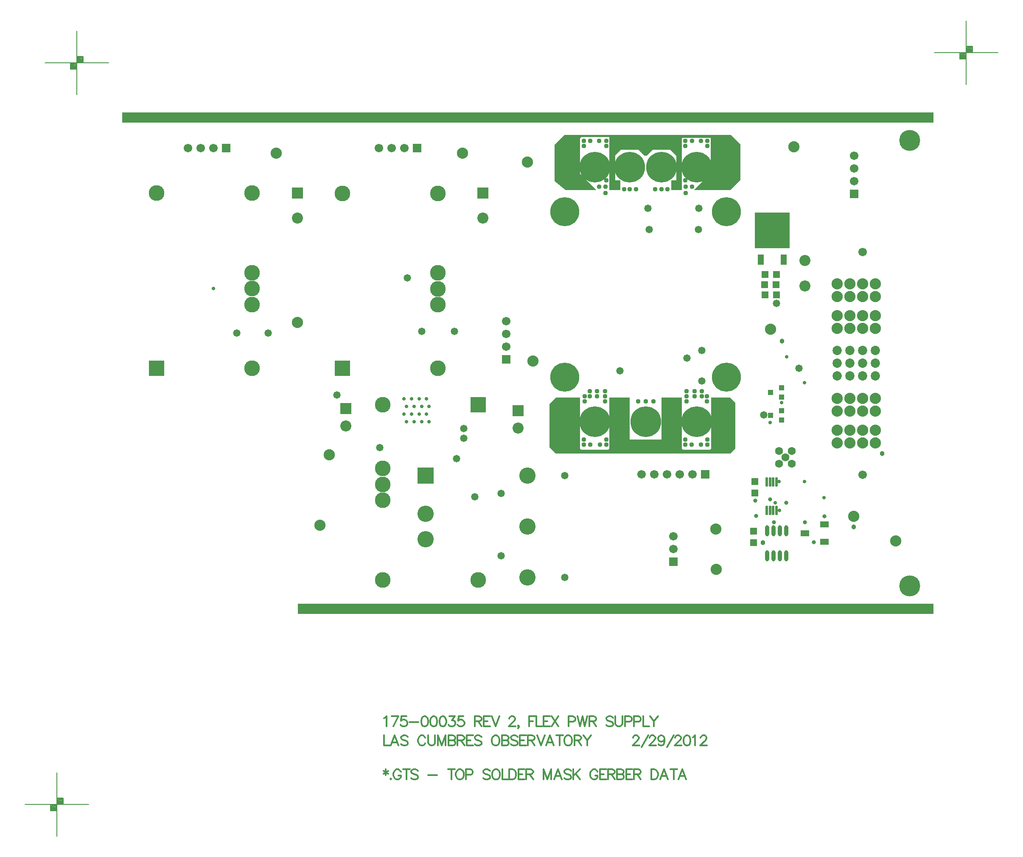
<source format=gts>
%FSLAX23Y23*%
%MOIN*%
G70*
G01*
G75*
G04 Layer_Color=8388736*
%ADD10R,0.036X0.036*%
%ADD11R,0.050X0.050*%
%ADD12R,0.059X0.039*%
%ADD13O,0.014X0.067*%
%ADD14O,0.024X0.079*%
%ADD15R,0.050X0.050*%
%ADD16R,0.268X0.272*%
%ADD17R,0.037X0.075*%
%ADD18C,0.010*%
%ADD19C,0.020*%
%ADD20C,0.012*%
%ADD21R,5.000X0.079*%
%ADD22R,0.221X0.206*%
%ADD23R,6.378X0.079*%
%ADD24R,0.221X0.197*%
%ADD25R,0.262X0.135*%
%ADD26C,0.008*%
%ADD27C,0.012*%
%ADD28C,0.012*%
%ADD29R,0.059X0.059*%
%ADD30C,0.059*%
%ADD31C,0.157*%
%ADD32C,0.080*%
%ADD33C,0.079*%
%ADD34R,0.079X0.079*%
%ADD35R,0.120X0.120*%
%ADD36C,0.120*%
%ADD37C,0.055*%
%ADD38C,0.065*%
%ADD39C,0.115*%
%ADD40R,0.115X0.115*%
%ADD41C,0.037*%
%ADD42C,0.233*%
%ADD43C,0.220*%
%ADD44C,0.064*%
%ADD45C,0.020*%
%ADD46R,0.059X0.059*%
%ADD47C,0.030*%
%ADD48C,0.050*%
%ADD49C,0.024*%
%ADD50C,0.040*%
%ADD51C,0.075*%
%ADD52C,0.206*%
%ADD53C,0.092*%
G04:AMPARAMS|DCode=54|XSize=112mil|YSize=112mil|CornerRadius=0mil|HoleSize=0mil|Usage=FLASHONLY|Rotation=0.000|XOffset=0mil|YOffset=0mil|HoleType=Round|Shape=Relief|Width=10mil|Gap=10mil|Entries=4|*
%AMTHD54*
7,0,0,0.112,0.092,0.010,45*
%
%ADD54THD54*%
%ADD55C,0.087*%
%ADD56C,0.118*%
%ADD57C,0.073*%
%ADD58C,0.190*%
G04:AMPARAMS|DCode=59|XSize=107.244mil|YSize=107.244mil|CornerRadius=0mil|HoleSize=0mil|Usage=FLASHONLY|Rotation=0.000|XOffset=0mil|YOffset=0mil|HoleType=Round|Shape=Relief|Width=10mil|Gap=10mil|Entries=4|*
%AMTHD59*
7,0,0,0.107,0.087,0.010,45*
%
%ADD59THD59*%
G04:AMPARAMS|DCode=60|XSize=138mil|YSize=138mil|CornerRadius=0mil|HoleSize=0mil|Usage=FLASHONLY|Rotation=0.000|XOffset=0mil|YOffset=0mil|HoleType=Round|Shape=Relief|Width=10mil|Gap=10mil|Entries=4|*
%AMTHD60*
7,0,0,0.138,0.118,0.010,45*
%
%ADD60THD60*%
%ADD61C,0.067*%
%ADD62C,0.056*%
%ADD63C,0.104*%
G04:AMPARAMS|DCode=64|XSize=70mil|YSize=70mil|CornerRadius=0mil|HoleSize=0mil|Usage=FLASHONLY|Rotation=0.000|XOffset=0mil|YOffset=0mil|HoleType=Round|Shape=Relief|Width=10mil|Gap=10mil|Entries=4|*
%AMTHD64*
7,0,0,0.070,0.050,0.010,45*
%
%ADD64THD64*%
G04:AMPARAMS|DCode=65|XSize=95.433mil|YSize=95.433mil|CornerRadius=0mil|HoleSize=0mil|Usage=FLASHONLY|Rotation=0.000|XOffset=0mil|YOffset=0mil|HoleType=Round|Shape=Relief|Width=10mil|Gap=10mil|Entries=4|*
%AMTHD65*
7,0,0,0.095,0.075,0.010,45*
%
%ADD65THD65*%
%ADD66C,0.055*%
%ADD67C,0.068*%
G04:AMPARAMS|DCode=68|XSize=88mil|YSize=88mil|CornerRadius=0mil|HoleSize=0mil|Usage=FLASHONLY|Rotation=0.000|XOffset=0mil|YOffset=0mil|HoleType=Round|Shape=Relief|Width=10mil|Gap=10mil|Entries=4|*
%AMTHD68*
7,0,0,0.088,0.068,0.010,45*
%
%ADD68THD68*%
G04:AMPARAMS|DCode=69|XSize=226.142mil|YSize=226.142mil|CornerRadius=0mil|HoleSize=0mil|Usage=FLASHONLY|Rotation=0.000|XOffset=0mil|YOffset=0mil|HoleType=Round|Shape=Relief|Width=10mil|Gap=10mil|Entries=4|*
%AMTHD69*
7,0,0,0.226,0.206,0.010,45*
%
%ADD69THD69*%
G04:AMPARAMS|DCode=70|XSize=93.465mil|YSize=93.465mil|CornerRadius=0mil|HoleSize=0mil|Usage=FLASHONLY|Rotation=0.000|XOffset=0mil|YOffset=0mil|HoleType=Round|Shape=Relief|Width=10mil|Gap=10mil|Entries=4|*
%AMTHD70*
7,0,0,0.093,0.073,0.010,45*
%
%ADD70THD70*%
G04:AMPARAMS|DCode=71|XSize=100mil|YSize=100mil|CornerRadius=0mil|HoleSize=0mil|Usage=FLASHONLY|Rotation=0.000|XOffset=0mil|YOffset=0mil|HoleType=Round|Shape=Relief|Width=10mil|Gap=10mil|Entries=4|*
%AMTHD71*
7,0,0,0.100,0.080,0.010,45*
%
%ADD71THD71*%
G04:AMPARAMS|DCode=72|XSize=75mil|YSize=75mil|CornerRadius=0mil|HoleSize=0mil|Usage=FLASHONLY|Rotation=0.000|XOffset=0mil|YOffset=0mil|HoleType=Round|Shape=Relief|Width=10mil|Gap=10mil|Entries=4|*
%AMTHD72*
7,0,0,0.075,0.055,0.010,45*
%
%ADD72THD72*%
%ADD73R,0.094X0.102*%
%ADD74R,0.055X0.130*%
%ADD75R,0.059X0.087*%
%ADD76R,0.094X0.130*%
%ADD77C,0.050*%
%ADD78C,0.025*%
%ADD79C,0.007*%
%ADD80R,4.998X0.079*%
%ADD81C,0.025*%
%ADD82C,0.010*%
%ADD83C,0.024*%
%ADD84C,0.010*%
%ADD85C,0.006*%
%ADD86C,0.007*%
%ADD87C,0.008*%
%ADD88R,0.190X0.123*%
%ADD89R,0.230X0.340*%
%ADD90R,0.240X0.280*%
%ADD91R,0.230X0.275*%
%ADD92R,0.230X0.315*%
%ADD93R,0.044X0.044*%
%ADD94R,0.058X0.058*%
%ADD95R,0.067X0.047*%
%ADD96O,0.022X0.075*%
%ADD97O,0.032X0.087*%
%ADD98R,0.058X0.058*%
%ADD99R,0.276X0.280*%
%ADD100R,0.045X0.083*%
%ADD101R,0.067X0.067*%
%ADD102C,0.067*%
%ADD103C,0.165*%
%ADD104C,0.088*%
%ADD105C,0.087*%
%ADD106R,0.087X0.087*%
%ADD107R,0.128X0.128*%
%ADD108C,0.128*%
%ADD109C,0.063*%
%ADD110C,0.073*%
%ADD111C,0.123*%
%ADD112R,0.123X0.123*%
%ADD113C,0.241*%
%ADD114C,0.228*%
%ADD115C,0.072*%
%ADD116C,0.028*%
%ADD117R,0.067X0.067*%
%ADD118C,0.038*%
%ADD119C,0.058*%
%ADD120C,0.032*%
G36*
X51834Y33524D02*
Y33164D01*
X51794Y33124D01*
X50424D01*
X50374Y33174D01*
Y33514D01*
X50424Y33564D01*
X50614D01*
Y33167D01*
X50624Y33157D01*
X50834D01*
X50844Y33167D01*
Y33564D01*
X51004D01*
Y33234D01*
X51254D01*
Y33564D01*
X51414D01*
Y33167D01*
X51424Y33157D01*
X51634D01*
X51644Y33167D01*
Y33564D01*
X51794D01*
X51834Y33524D01*
D02*
G37*
G36*
X51874Y35555D02*
Y35275D01*
X51794Y35195D01*
X51509D01*
Y35197D01*
X51644Y35332D01*
X51639Y35337D01*
Y35607D01*
X51419D01*
X51414Y35602D01*
Y35195D01*
X51329D01*
Y35272D01*
X51369D01*
Y35467D01*
X51324Y35512D01*
X51184D01*
X51139Y35467D01*
X51119D01*
X51074Y35512D01*
X50934D01*
X50889Y35467D01*
Y35272D01*
X50929D01*
Y35195D01*
X50844D01*
Y35612D01*
X50624D01*
X50614Y35602D01*
Y35325D01*
X50744Y35195D01*
X50499D01*
X50414Y35265D01*
Y35550D01*
X50489Y35630D01*
X51799D01*
X51874Y35555D01*
D02*
G37*
D20*
X49088Y30644D02*
Y30598D01*
X49069Y30633D02*
X49107Y30610D01*
Y30633D02*
X49069Y30610D01*
X49127Y30572D02*
X49123Y30568D01*
X49127Y30564D01*
X49131Y30568D01*
X49127Y30572D01*
X49205Y30625D02*
X49201Y30633D01*
X49194Y30640D01*
X49186Y30644D01*
X49171D01*
X49163Y30640D01*
X49156Y30633D01*
X49152Y30625D01*
X49148Y30614D01*
Y30594D01*
X49152Y30583D01*
X49156Y30575D01*
X49163Y30568D01*
X49171Y30564D01*
X49186D01*
X49194Y30568D01*
X49201Y30575D01*
X49205Y30583D01*
Y30594D01*
X49186D02*
X49205D01*
X49250Y30644D02*
Y30564D01*
X49224Y30644D02*
X49277D01*
X49340Y30633D02*
X49332Y30640D01*
X49321Y30644D01*
X49305D01*
X49294Y30640D01*
X49286Y30633D01*
Y30625D01*
X49290Y30617D01*
X49294Y30614D01*
X49302Y30610D01*
X49324Y30602D01*
X49332Y30598D01*
X49336Y30594D01*
X49340Y30587D01*
Y30575D01*
X49332Y30568D01*
X49321Y30564D01*
X49305D01*
X49294Y30568D01*
X49286Y30575D01*
X49420Y30598D02*
X49489D01*
X49602Y30644D02*
Y30564D01*
X49575Y30644D02*
X49629D01*
X49661D02*
X49654Y30640D01*
X49646Y30633D01*
X49642Y30625D01*
X49638Y30614D01*
Y30594D01*
X49642Y30583D01*
X49646Y30575D01*
X49654Y30568D01*
X49661Y30564D01*
X49676D01*
X49684Y30568D01*
X49692Y30575D01*
X49695Y30583D01*
X49699Y30594D01*
Y30614D01*
X49695Y30625D01*
X49692Y30633D01*
X49684Y30640D01*
X49676Y30644D01*
X49661D01*
X49718Y30602D02*
X49752D01*
X49764Y30606D01*
X49767Y30610D01*
X49771Y30617D01*
Y30629D01*
X49767Y30636D01*
X49764Y30640D01*
X49752Y30644D01*
X49718D01*
Y30564D01*
X49905Y30633D02*
X49898Y30640D01*
X49886Y30644D01*
X49871D01*
X49860Y30640D01*
X49852Y30633D01*
Y30625D01*
X49856Y30617D01*
X49860Y30614D01*
X49867Y30610D01*
X49890Y30602D01*
X49898Y30598D01*
X49902Y30594D01*
X49905Y30587D01*
Y30575D01*
X49898Y30568D01*
X49886Y30564D01*
X49871D01*
X49860Y30568D01*
X49852Y30575D01*
X49946Y30644D02*
X49938Y30640D01*
X49931Y30633D01*
X49927Y30625D01*
X49923Y30614D01*
Y30594D01*
X49927Y30583D01*
X49931Y30575D01*
X49938Y30568D01*
X49946Y30564D01*
X49961D01*
X49969Y30568D01*
X49977Y30575D01*
X49980Y30583D01*
X49984Y30594D01*
Y30614D01*
X49980Y30625D01*
X49977Y30633D01*
X49969Y30640D01*
X49961Y30644D01*
X49946D01*
X50003D02*
Y30564D01*
X50049D01*
X50057Y30644D02*
Y30564D01*
Y30644D02*
X50084D01*
X50095Y30640D01*
X50103Y30633D01*
X50107Y30625D01*
X50111Y30614D01*
Y30594D01*
X50107Y30583D01*
X50103Y30575D01*
X50095Y30568D01*
X50084Y30564D01*
X50057D01*
X50178Y30644D02*
X50129D01*
Y30564D01*
X50178D01*
X50129Y30606D02*
X50159D01*
X50191Y30644D02*
Y30564D01*
Y30644D02*
X50226D01*
X50237Y30640D01*
X50241Y30636D01*
X50245Y30629D01*
Y30621D01*
X50241Y30614D01*
X50237Y30610D01*
X50226Y30606D01*
X50191D01*
X50218D02*
X50245Y30564D01*
X50325Y30644D02*
Y30564D01*
Y30644D02*
X50356Y30564D01*
X50386Y30644D02*
X50356Y30564D01*
X50386Y30644D02*
Y30564D01*
X50470D02*
X50440Y30644D01*
X50409Y30564D01*
X50421Y30591D02*
X50459D01*
X50542Y30633D02*
X50535Y30640D01*
X50523Y30644D01*
X50508D01*
X50496Y30640D01*
X50489Y30633D01*
Y30625D01*
X50493Y30617D01*
X50496Y30614D01*
X50504Y30610D01*
X50527Y30602D01*
X50535Y30598D01*
X50538Y30594D01*
X50542Y30587D01*
Y30575D01*
X50535Y30568D01*
X50523Y30564D01*
X50508D01*
X50496Y30568D01*
X50489Y30575D01*
X50560Y30644D02*
Y30564D01*
X50613Y30644D02*
X50560Y30591D01*
X50579Y30610D02*
X50613Y30564D01*
X50751Y30625D02*
X50747Y30633D01*
X50740Y30640D01*
X50732Y30644D01*
X50717D01*
X50709Y30640D01*
X50702Y30633D01*
X50698Y30625D01*
X50694Y30614D01*
Y30594D01*
X50698Y30583D01*
X50702Y30575D01*
X50709Y30568D01*
X50717Y30564D01*
X50732D01*
X50740Y30568D01*
X50747Y30575D01*
X50751Y30583D01*
Y30594D01*
X50732D02*
X50751D01*
X50819Y30644D02*
X50770D01*
Y30564D01*
X50819D01*
X50770Y30606D02*
X50800D01*
X50832Y30644D02*
Y30564D01*
Y30644D02*
X50867D01*
X50878Y30640D01*
X50882Y30636D01*
X50886Y30629D01*
Y30621D01*
X50882Y30614D01*
X50878Y30610D01*
X50867Y30606D01*
X50832D01*
X50859D02*
X50886Y30564D01*
X50904Y30644D02*
Y30564D01*
Y30644D02*
X50938D01*
X50949Y30640D01*
X50953Y30636D01*
X50957Y30629D01*
Y30621D01*
X50953Y30614D01*
X50949Y30610D01*
X50938Y30606D01*
X50904D02*
X50938D01*
X50949Y30602D01*
X50953Y30598D01*
X50957Y30591D01*
Y30579D01*
X50953Y30572D01*
X50949Y30568D01*
X50938Y30564D01*
X50904D01*
X51024Y30644D02*
X50975D01*
Y30564D01*
X51024D01*
X50975Y30606D02*
X51005D01*
X51038Y30644D02*
Y30564D01*
Y30644D02*
X51072D01*
X51083Y30640D01*
X51087Y30636D01*
X51091Y30629D01*
Y30621D01*
X51087Y30614D01*
X51083Y30610D01*
X51072Y30606D01*
X51038D01*
X51064D02*
X51091Y30564D01*
X51172Y30644D02*
Y30564D01*
Y30644D02*
X51198D01*
X51210Y30640D01*
X51217Y30633D01*
X51221Y30625D01*
X51225Y30614D01*
Y30594D01*
X51221Y30583D01*
X51217Y30575D01*
X51210Y30568D01*
X51198Y30564D01*
X51172D01*
X51304D02*
X51273Y30644D01*
X51243Y30564D01*
X51254Y30591D02*
X51292D01*
X51349Y30644D02*
Y30564D01*
X51323Y30644D02*
X51376D01*
X51446Y30564D02*
X51416Y30644D01*
X51385Y30564D01*
X51397Y30591D02*
X51435D01*
D23*
X50203Y35764D02*
D03*
D26*
X46410Y36197D02*
X46910D01*
X46660Y35947D02*
Y36447D01*
X46710Y36197D02*
Y36247D01*
X46660D02*
X46710D01*
X46610Y36147D02*
Y36197D01*
Y36147D02*
X46660D01*
X46615Y36192D02*
X46655D01*
X46615Y36152D02*
Y36192D01*
Y36152D02*
X46655D01*
Y36192D01*
X46620Y36187D02*
X46650D01*
X46620Y36157D02*
Y36187D01*
Y36157D02*
X46650D01*
Y36182D01*
X46625D02*
X46645D01*
X46625Y36162D02*
Y36182D01*
Y36162D02*
X46645D01*
Y36177D01*
X46630D02*
X46640D01*
X46630Y36167D02*
Y36177D01*
Y36167D02*
X46640D01*
Y36177D01*
X46630Y36172D02*
X46640D01*
X46665Y36242D02*
X46705D01*
X46665Y36202D02*
Y36242D01*
Y36202D02*
X46705D01*
Y36242D01*
X46670Y36237D02*
X46700D01*
X46670Y36207D02*
Y36237D01*
Y36207D02*
X46700D01*
Y36232D01*
X46675D02*
X46695D01*
X46675Y36212D02*
Y36232D01*
Y36212D02*
X46695D01*
Y36227D01*
X46680D02*
X46690D01*
X46680Y36217D02*
Y36227D01*
Y36217D02*
X46690D01*
Y36227D01*
X46680Y36222D02*
X46690D01*
X46252Y30370D02*
X46752D01*
X46502Y30120D02*
Y30620D01*
X46552Y30370D02*
Y30420D01*
X46502D02*
X46552D01*
X46452Y30320D02*
Y30370D01*
Y30320D02*
X46502D01*
X46457Y30365D02*
X46497D01*
X46457Y30325D02*
Y30365D01*
Y30325D02*
X46497D01*
Y30365D01*
X46462Y30360D02*
X46492D01*
X46462Y30330D02*
Y30360D01*
Y30330D02*
X46492D01*
Y30355D01*
X46467D02*
X46487D01*
X46467Y30335D02*
Y30355D01*
Y30335D02*
X46487D01*
Y30350D01*
X46472D02*
X46482D01*
X46472Y30340D02*
Y30350D01*
Y30340D02*
X46482D01*
Y30350D01*
X46472Y30345D02*
X46482D01*
X46507Y30415D02*
X46547D01*
X46507Y30375D02*
Y30415D01*
Y30375D02*
X46547D01*
Y30415D01*
X46512Y30410D02*
X46542D01*
X46512Y30380D02*
Y30410D01*
Y30380D02*
X46542D01*
Y30405D01*
X46517D02*
X46537D01*
X46517Y30385D02*
Y30405D01*
Y30385D02*
X46537D01*
Y30400D01*
X46522D02*
X46532D01*
X46522Y30390D02*
Y30400D01*
Y30390D02*
X46532D01*
Y30400D01*
X46522Y30395D02*
X46532D01*
X53398Y36275D02*
X53898D01*
X53648Y36025D02*
Y36525D01*
X53698Y36275D02*
Y36325D01*
X53648D02*
X53698D01*
X53598Y36225D02*
Y36275D01*
Y36225D02*
X53648D01*
X53603Y36270D02*
X53643D01*
X53603Y36230D02*
Y36270D01*
Y36230D02*
X53643D01*
Y36270D01*
X53608Y36265D02*
X53638D01*
X53608Y36235D02*
Y36265D01*
Y36235D02*
X53638D01*
Y36260D01*
X53613D02*
X53633D01*
X53613Y36240D02*
Y36260D01*
Y36240D02*
X53633D01*
Y36255D01*
X53618D02*
X53628D01*
X53618Y36245D02*
Y36255D01*
Y36245D02*
X53628D01*
Y36255D01*
X53618Y36250D02*
X53628D01*
X53653Y36320D02*
X53693D01*
X53653Y36280D02*
Y36320D01*
Y36280D02*
X53693D01*
Y36320D01*
X53658Y36315D02*
X53688D01*
X53658Y36285D02*
Y36315D01*
Y36285D02*
X53688D01*
Y36310D01*
X53663D02*
X53683D01*
X53663Y36290D02*
Y36310D01*
Y36290D02*
X53683D01*
Y36305D01*
X53668D02*
X53678D01*
X53668Y36295D02*
Y36305D01*
Y36295D02*
X53678D01*
Y36305D01*
X53668Y36300D02*
X53678D01*
D27*
X49073Y30911D02*
Y30831D01*
X49119D01*
X49188D02*
X49158Y30911D01*
X49127Y30831D01*
X49139Y30857D02*
X49177D01*
X49260Y30899D02*
X49253Y30907D01*
X49241Y30911D01*
X49226D01*
X49215Y30907D01*
X49207Y30899D01*
Y30892D01*
X49211Y30884D01*
X49215Y30880D01*
X49222Y30876D01*
X49245Y30869D01*
X49253Y30865D01*
X49257Y30861D01*
X49260Y30853D01*
Y30842D01*
X49253Y30834D01*
X49241Y30831D01*
X49226D01*
X49215Y30834D01*
X49207Y30842D01*
X49398Y30892D02*
X49394Y30899D01*
X49387Y30907D01*
X49379Y30911D01*
X49364D01*
X49356Y30907D01*
X49349Y30899D01*
X49345Y30892D01*
X49341Y30880D01*
Y30861D01*
X49345Y30850D01*
X49349Y30842D01*
X49356Y30834D01*
X49364Y30831D01*
X49379D01*
X49387Y30834D01*
X49394Y30842D01*
X49398Y30850D01*
X49421Y30911D02*
Y30853D01*
X49425Y30842D01*
X49432Y30834D01*
X49444Y30831D01*
X49451D01*
X49463Y30834D01*
X49470Y30842D01*
X49474Y30853D01*
Y30911D01*
X49496D02*
Y30831D01*
Y30911D02*
X49527Y30831D01*
X49557Y30911D02*
X49527Y30831D01*
X49557Y30911D02*
Y30831D01*
X49580Y30911D02*
Y30831D01*
Y30911D02*
X49614D01*
X49626Y30907D01*
X49629Y30903D01*
X49633Y30895D01*
Y30888D01*
X49629Y30880D01*
X49626Y30876D01*
X49614Y30872D01*
X49580D02*
X49614D01*
X49626Y30869D01*
X49629Y30865D01*
X49633Y30857D01*
Y30846D01*
X49629Y30838D01*
X49626Y30834D01*
X49614Y30831D01*
X49580D01*
X49651Y30911D02*
Y30831D01*
Y30911D02*
X49685D01*
X49697Y30907D01*
X49701Y30903D01*
X49705Y30895D01*
Y30888D01*
X49701Y30880D01*
X49697Y30876D01*
X49685Y30872D01*
X49651D01*
X49678D02*
X49705Y30831D01*
X49772Y30911D02*
X49722D01*
Y30831D01*
X49772D01*
X49722Y30872D02*
X49753D01*
X49839Y30899D02*
X49831Y30907D01*
X49820Y30911D01*
X49804D01*
X49793Y30907D01*
X49785Y30899D01*
Y30892D01*
X49789Y30884D01*
X49793Y30880D01*
X49800Y30876D01*
X49823Y30869D01*
X49831Y30865D01*
X49835Y30861D01*
X49839Y30853D01*
Y30842D01*
X49831Y30834D01*
X49820Y30831D01*
X49804D01*
X49793Y30834D01*
X49785Y30842D01*
X49942Y30911D02*
X49935Y30907D01*
X49927Y30899D01*
X49923Y30892D01*
X49919Y30880D01*
Y30861D01*
X49923Y30850D01*
X49927Y30842D01*
X49935Y30834D01*
X49942Y30831D01*
X49957D01*
X49965Y30834D01*
X49973Y30842D01*
X49976Y30850D01*
X49980Y30861D01*
Y30880D01*
X49976Y30892D01*
X49973Y30899D01*
X49965Y30907D01*
X49957Y30911D01*
X49942D01*
X49999D02*
Y30831D01*
Y30911D02*
X50033D01*
X50045Y30907D01*
X50048Y30903D01*
X50052Y30895D01*
Y30888D01*
X50048Y30880D01*
X50045Y30876D01*
X50033Y30872D01*
X49999D02*
X50033D01*
X50045Y30869D01*
X50048Y30865D01*
X50052Y30857D01*
Y30846D01*
X50048Y30838D01*
X50045Y30834D01*
X50033Y30831D01*
X49999D01*
X50123Y30899D02*
X50116Y30907D01*
X50104Y30911D01*
X50089D01*
X50078Y30907D01*
X50070Y30899D01*
Y30892D01*
X50074Y30884D01*
X50078Y30880D01*
X50085Y30876D01*
X50108Y30869D01*
X50116Y30865D01*
X50120Y30861D01*
X50123Y30853D01*
Y30842D01*
X50116Y30834D01*
X50104Y30831D01*
X50089D01*
X50078Y30834D01*
X50070Y30842D01*
X50191Y30911D02*
X50141D01*
Y30831D01*
X50191D01*
X50141Y30872D02*
X50172D01*
X50204Y30911D02*
Y30831D01*
Y30911D02*
X50238D01*
X50250Y30907D01*
X50254Y30903D01*
X50258Y30895D01*
Y30888D01*
X50254Y30880D01*
X50250Y30876D01*
X50238Y30872D01*
X50204D01*
X50231D02*
X50258Y30831D01*
X50275Y30911D02*
X50306Y30831D01*
X50336Y30911D02*
X50306Y30831D01*
X50408D02*
X50377Y30911D01*
X50347Y30831D01*
X50358Y30857D02*
X50396D01*
X50453Y30911D02*
Y30831D01*
X50426Y30911D02*
X50480D01*
X50512D02*
X50504Y30907D01*
X50497Y30899D01*
X50493Y30892D01*
X50489Y30880D01*
Y30861D01*
X50493Y30850D01*
X50497Y30842D01*
X50504Y30834D01*
X50512Y30831D01*
X50527D01*
X50535Y30834D01*
X50542Y30842D01*
X50546Y30850D01*
X50550Y30861D01*
Y30880D01*
X50546Y30892D01*
X50542Y30899D01*
X50535Y30907D01*
X50527Y30911D01*
X50512D01*
X50569D02*
Y30831D01*
Y30911D02*
X50603D01*
X50614Y30907D01*
X50618Y30903D01*
X50622Y30895D01*
Y30888D01*
X50618Y30880D01*
X50614Y30876D01*
X50603Y30872D01*
X50569D01*
X50595D02*
X50622Y30831D01*
X50640Y30911D02*
X50670Y30872D01*
Y30831D01*
X50701Y30911D02*
X50670Y30872D01*
X51029Y30892D02*
Y30895D01*
X51033Y30903D01*
X51037Y30907D01*
X51044Y30911D01*
X51060D01*
X51067Y30907D01*
X51071Y30903D01*
X51075Y30895D01*
Y30888D01*
X51071Y30880D01*
X51063Y30869D01*
X51025Y30831D01*
X51079D01*
X51097Y30819D02*
X51150Y30911D01*
X51159Y30892D02*
Y30895D01*
X51163Y30903D01*
X51167Y30907D01*
X51174Y30911D01*
X51190D01*
X51197Y30907D01*
X51201Y30903D01*
X51205Y30895D01*
Y30888D01*
X51201Y30880D01*
X51193Y30869D01*
X51155Y30831D01*
X51209D01*
X51276Y30884D02*
X51272Y30872D01*
X51265Y30865D01*
X51253Y30861D01*
X51249D01*
X51238Y30865D01*
X51230Y30872D01*
X51226Y30884D01*
Y30888D01*
X51230Y30899D01*
X51238Y30907D01*
X51249Y30911D01*
X51253D01*
X51265Y30907D01*
X51272Y30899D01*
X51276Y30884D01*
Y30865D01*
X51272Y30846D01*
X51265Y30834D01*
X51253Y30831D01*
X51246D01*
X51234Y30834D01*
X51230Y30842D01*
X51298Y30819D02*
X51351Y30911D01*
X51360Y30892D02*
Y30895D01*
X51364Y30903D01*
X51368Y30907D01*
X51375Y30911D01*
X51391D01*
X51398Y30907D01*
X51402Y30903D01*
X51406Y30895D01*
Y30888D01*
X51402Y30880D01*
X51394Y30869D01*
X51356Y30831D01*
X51410D01*
X51450Y30911D02*
X51439Y30907D01*
X51431Y30895D01*
X51428Y30876D01*
Y30865D01*
X51431Y30846D01*
X51439Y30834D01*
X51450Y30831D01*
X51458D01*
X51469Y30834D01*
X51477Y30846D01*
X51481Y30865D01*
Y30876D01*
X51477Y30895D01*
X51469Y30907D01*
X51458Y30911D01*
X51450D01*
X51499Y30895D02*
X51506Y30899D01*
X51518Y30911D01*
Y30831D01*
X51561Y30892D02*
Y30895D01*
X51565Y30903D01*
X51569Y30907D01*
X51576Y30911D01*
X51592D01*
X51599Y30907D01*
X51603Y30903D01*
X51607Y30895D01*
Y30888D01*
X51603Y30880D01*
X51596Y30869D01*
X51557Y30831D01*
X51611D01*
D28*
X49073Y31045D02*
X49081Y31049D01*
X49092Y31061D01*
Y30981D01*
X49185Y31061D02*
X49147Y30981D01*
X49132Y31061D02*
X49185D01*
X49249D02*
X49211D01*
X49207Y31026D01*
X49211Y31030D01*
X49222Y31034D01*
X49233D01*
X49245Y31030D01*
X49252Y31022D01*
X49256Y31011D01*
Y31003D01*
X49252Y30992D01*
X49245Y30984D01*
X49233Y30981D01*
X49222D01*
X49211Y30984D01*
X49207Y30988D01*
X49203Y30996D01*
X49274Y31015D02*
X49343D01*
X49389Y31061D02*
X49378Y31057D01*
X49370Y31045D01*
X49366Y31026D01*
Y31015D01*
X49370Y30996D01*
X49378Y30984D01*
X49389Y30981D01*
X49397D01*
X49408Y30984D01*
X49416Y30996D01*
X49420Y31015D01*
Y31026D01*
X49416Y31045D01*
X49408Y31057D01*
X49397Y31061D01*
X49389D01*
X49460D02*
X49449Y31057D01*
X49441Y31045D01*
X49438Y31026D01*
Y31015D01*
X49441Y30996D01*
X49449Y30984D01*
X49460Y30981D01*
X49468D01*
X49479Y30984D01*
X49487Y30996D01*
X49491Y31015D01*
Y31026D01*
X49487Y31045D01*
X49479Y31057D01*
X49468Y31061D01*
X49460D01*
X49532D02*
X49520Y31057D01*
X49513Y31045D01*
X49509Y31026D01*
Y31015D01*
X49513Y30996D01*
X49520Y30984D01*
X49532Y30981D01*
X49539D01*
X49551Y30984D01*
X49558Y30996D01*
X49562Y31015D01*
Y31026D01*
X49558Y31045D01*
X49551Y31057D01*
X49539Y31061D01*
X49532D01*
X49588D02*
X49629D01*
X49607Y31030D01*
X49618D01*
X49626Y31026D01*
X49629Y31022D01*
X49633Y31011D01*
Y31003D01*
X49629Y30992D01*
X49622Y30984D01*
X49610Y30981D01*
X49599D01*
X49588Y30984D01*
X49584Y30988D01*
X49580Y30996D01*
X49697Y31061D02*
X49659D01*
X49655Y31026D01*
X49659Y31030D01*
X49670Y31034D01*
X49682D01*
X49693Y31030D01*
X49701Y31022D01*
X49705Y31011D01*
Y31003D01*
X49701Y30992D01*
X49693Y30984D01*
X49682Y30981D01*
X49670D01*
X49659Y30984D01*
X49655Y30988D01*
X49651Y30996D01*
X49785Y31061D02*
Y30981D01*
Y31061D02*
X49820D01*
X49831Y31057D01*
X49835Y31053D01*
X49839Y31045D01*
Y31038D01*
X49835Y31030D01*
X49831Y31026D01*
X49820Y31022D01*
X49785D01*
X49812D02*
X49839Y30981D01*
X49906Y31061D02*
X49856D01*
Y30981D01*
X49906D01*
X49856Y31022D02*
X49887D01*
X49919Y31061D02*
X49950Y30981D01*
X49980Y31061D02*
X49950Y30981D01*
X50057Y31042D02*
Y31045D01*
X50061Y31053D01*
X50065Y31057D01*
X50072Y31061D01*
X50088D01*
X50095Y31057D01*
X50099Y31053D01*
X50103Y31045D01*
Y31038D01*
X50099Y31030D01*
X50091Y31019D01*
X50053Y30981D01*
X50107D01*
X50132Y30984D02*
X50128Y30981D01*
X50125Y30984D01*
X50128Y30988D01*
X50132Y30984D01*
Y30977D01*
X50128Y30969D01*
X50125Y30965D01*
X50213Y31061D02*
Y30981D01*
Y31061D02*
X50262D01*
X50213Y31022D02*
X50243D01*
X50271Y31061D02*
Y30981D01*
X50317D01*
X50375Y31061D02*
X50326D01*
Y30981D01*
X50375D01*
X50326Y31022D02*
X50356D01*
X50389Y31061D02*
X50442Y30981D01*
Y31061D02*
X50389Y30981D01*
X50523Y31019D02*
X50557D01*
X50568Y31022D01*
X50572Y31026D01*
X50576Y31034D01*
Y31045D01*
X50572Y31053D01*
X50568Y31057D01*
X50557Y31061D01*
X50523D01*
Y30981D01*
X50594Y31061D02*
X50613Y30981D01*
X50632Y31061D02*
X50613Y30981D01*
X50632Y31061D02*
X50651Y30981D01*
X50670Y31061D02*
X50651Y30981D01*
X50686Y31061D02*
Y30981D01*
Y31061D02*
X50720D01*
X50732Y31057D01*
X50736Y31053D01*
X50739Y31045D01*
Y31038D01*
X50736Y31030D01*
X50732Y31026D01*
X50720Y31022D01*
X50686D01*
X50713D02*
X50739Y30981D01*
X50873Y31049D02*
X50866Y31057D01*
X50854Y31061D01*
X50839D01*
X50828Y31057D01*
X50820Y31049D01*
Y31042D01*
X50824Y31034D01*
X50828Y31030D01*
X50835Y31026D01*
X50858Y31019D01*
X50866Y31015D01*
X50870Y31011D01*
X50873Y31003D01*
Y30992D01*
X50866Y30984D01*
X50854Y30981D01*
X50839D01*
X50828Y30984D01*
X50820Y30992D01*
X50891Y31061D02*
Y31003D01*
X50895Y30992D01*
X50903Y30984D01*
X50914Y30981D01*
X50922D01*
X50933Y30984D01*
X50941Y30992D01*
X50945Y31003D01*
Y31061D01*
X50967Y31019D02*
X51001D01*
X51012Y31022D01*
X51016Y31026D01*
X51020Y31034D01*
Y31045D01*
X51016Y31053D01*
X51012Y31057D01*
X51001Y31061D01*
X50967D01*
Y30981D01*
X51038Y31019D02*
X51072D01*
X51084Y31022D01*
X51087Y31026D01*
X51091Y31034D01*
Y31045D01*
X51087Y31053D01*
X51084Y31057D01*
X51072Y31061D01*
X51038D01*
Y30981D01*
X51109Y31061D02*
Y30981D01*
X51155D01*
X51164Y31061D02*
X51194Y31022D01*
Y30981D01*
X51225Y31061D02*
X51194Y31022D01*
D41*
X51439Y33197D02*
D03*
Y33237D02*
D03*
X51489Y33197D02*
D03*
X51614D02*
D03*
X51564D02*
D03*
X51614Y33237D02*
D03*
X51569Y33617D02*
D03*
X51512D02*
D03*
X51449D02*
D03*
Y33577D02*
D03*
Y33537D02*
D03*
X51512Y33577D02*
D03*
X51569D02*
D03*
X51609D02*
D03*
Y33537D02*
D03*
X51069D02*
D03*
X51189D02*
D03*
X51129D02*
D03*
X50649D02*
D03*
Y33577D02*
D03*
X50689D02*
D03*
X50747D02*
D03*
X50809Y33537D02*
D03*
Y33577D02*
D03*
Y33617D02*
D03*
X50747D02*
D03*
X50689D02*
D03*
X50644Y33237D02*
D03*
X50694Y33197D02*
D03*
X50644D02*
D03*
X50769D02*
D03*
X50819Y33237D02*
D03*
Y33197D02*
D03*
X51614Y35542D02*
D03*
X51564Y35582D02*
D03*
X51614D02*
D03*
X51494D02*
D03*
X51439Y35542D02*
D03*
Y35582D02*
D03*
X51494Y35222D02*
D03*
X51439Y35272D02*
D03*
X51444Y35222D02*
D03*
Y35172D02*
D03*
X51254Y35202D02*
D03*
X51299D02*
D03*
X51204D02*
D03*
X51054D02*
D03*
X50959D02*
D03*
X51004D02*
D03*
X50814Y35172D02*
D03*
Y35222D02*
D03*
X50819Y35272D02*
D03*
X50764Y35222D02*
D03*
X50819Y35582D02*
D03*
Y35542D02*
D03*
X50764Y35582D02*
D03*
X50644D02*
D03*
X50694D02*
D03*
X50644Y35542D02*
D03*
D80*
X50893Y31905D02*
D03*
D93*
X52195Y33643D02*
D03*
X52109Y33606D02*
D03*
X52195Y33569D02*
D03*
Y33463D02*
D03*
X52109Y33426D02*
D03*
X52195Y33389D02*
D03*
D94*
X51978Y32425D02*
D03*
Y32515D02*
D03*
X51988Y32815D02*
D03*
Y32905D02*
D03*
D95*
X52534Y32569D02*
D03*
X52381Y32500D02*
D03*
X52534Y32431D02*
D03*
D96*
X52156Y32902D02*
D03*
X52130D02*
D03*
X52105D02*
D03*
X52079D02*
D03*
X52156Y32678D02*
D03*
X52130D02*
D03*
X52105D02*
D03*
X52079D02*
D03*
D97*
X52233Y32519D02*
D03*
X52183D02*
D03*
X52133D02*
D03*
X52083D02*
D03*
X52233Y32322D02*
D03*
X52183D02*
D03*
X52133D02*
D03*
X52083D02*
D03*
D98*
X52066Y34371D02*
D03*
X52156D02*
D03*
X52154Y34451D02*
D03*
X52064D02*
D03*
X52157Y34531D02*
D03*
X52067D02*
D03*
D99*
X52124Y34879D02*
D03*
D100*
X52213Y34649D02*
D03*
X52034D02*
D03*
D101*
X51345Y32277D02*
D03*
X52767Y35166D02*
D03*
X50032Y33866D02*
D03*
D102*
X51345Y32377D02*
D03*
Y32477D02*
D03*
X52832Y32960D02*
D03*
Y34710D02*
D03*
X51497Y32961D02*
D03*
X51397D02*
D03*
X51297D02*
D03*
X51197D02*
D03*
X51097D02*
D03*
X49232Y35526D02*
D03*
X49132D02*
D03*
X49032D02*
D03*
X52767Y35266D02*
D03*
Y35366D02*
D03*
Y35466D02*
D03*
X47732Y35526D02*
D03*
X47632D02*
D03*
X47532D02*
D03*
X50032Y33966D02*
D03*
Y34066D02*
D03*
Y34166D02*
D03*
D103*
X53203Y32085D02*
D03*
Y35585D02*
D03*
D104*
X50244Y33851D02*
D03*
X51679Y32531D02*
D03*
X51684Y32216D02*
D03*
X49691Y35485D02*
D03*
X48225D02*
D03*
X52109Y34101D02*
D03*
X53093Y32440D02*
D03*
X52294Y35536D02*
D03*
X48394Y34156D02*
D03*
X50199Y35416D02*
D03*
X52762Y32631D02*
D03*
X48569Y32561D02*
D03*
X48644Y33116D02*
D03*
X52932Y34460D02*
D03*
X52832D02*
D03*
X52732D02*
D03*
X52632D02*
D03*
Y34360D02*
D03*
X52732D02*
D03*
X52832D02*
D03*
X52932D02*
D03*
X52632Y34210D02*
D03*
X52732D02*
D03*
X52832D02*
D03*
X52932D02*
D03*
X52632Y34110D02*
D03*
X52732D02*
D03*
X52832D02*
D03*
X52932D02*
D03*
Y33210D02*
D03*
X52832D02*
D03*
X52732D02*
D03*
X52632D02*
D03*
X52932Y33310D02*
D03*
X52832D02*
D03*
X52732D02*
D03*
X52632D02*
D03*
X52932Y33460D02*
D03*
X52832D02*
D03*
X52732D02*
D03*
X52632D02*
D03*
Y33560D02*
D03*
X52732D02*
D03*
X52832D02*
D03*
X52932D02*
D03*
D105*
X48392Y34976D02*
D03*
X48772Y33342D02*
D03*
X49849Y34976D02*
D03*
X50125Y33325D02*
D03*
X52381Y34643D02*
D03*
Y34443D02*
D03*
D106*
X48392Y35173D02*
D03*
X48772Y33480D02*
D03*
X49849Y35173D02*
D03*
X50125Y33463D02*
D03*
D107*
X49399Y32951D02*
D03*
D108*
Y32651D02*
D03*
Y32451D02*
D03*
X50199Y32151D02*
D03*
Y32551D02*
D03*
Y32951D02*
D03*
D109*
X52278Y33047D02*
D03*
X52178D02*
D03*
Y33147D02*
D03*
X52278D02*
D03*
X52228Y33097D02*
D03*
D110*
X52932Y33735D02*
D03*
X52832D02*
D03*
X52732D02*
D03*
X52632D02*
D03*
X52932Y33835D02*
D03*
X52832D02*
D03*
X52732D02*
D03*
X52632D02*
D03*
X52932Y33935D02*
D03*
X52832D02*
D03*
X52732D02*
D03*
X52632D02*
D03*
D111*
X48747Y35170D02*
D03*
X49497D02*
D03*
Y34545D02*
D03*
Y34420D02*
D03*
Y34295D02*
D03*
Y33795D02*
D03*
X48038Y33797D02*
D03*
Y34297D02*
D03*
Y34422D02*
D03*
Y34547D02*
D03*
Y35172D02*
D03*
X47288D02*
D03*
X49812Y32133D02*
D03*
X49062D02*
D03*
Y32758D02*
D03*
Y32883D02*
D03*
Y33008D02*
D03*
Y33508D02*
D03*
D112*
X48747Y33795D02*
D03*
X47288Y33797D02*
D03*
X49812Y33508D02*
D03*
D113*
X51529Y35377D02*
D03*
X51254D02*
D03*
X51004D02*
D03*
X50729D02*
D03*
X51129Y33377D02*
D03*
X51529D02*
D03*
X50729D02*
D03*
D114*
X51764Y33727D02*
D03*
Y35027D02*
D03*
X50494D02*
D03*
Y33727D02*
D03*
D115*
X51779Y35440D02*
D03*
X50479Y35315D02*
D03*
Y35440D02*
D03*
X51779Y33314D02*
D03*
Y33439D02*
D03*
X50479Y33314D02*
D03*
D116*
X52045Y34958D02*
D03*
X52104D02*
D03*
X52163D02*
D03*
X52222D02*
D03*
X52202Y34899D02*
D03*
X52143D02*
D03*
X52084D02*
D03*
X52025D02*
D03*
X52045Y34840D02*
D03*
X52104D02*
D03*
X52163D02*
D03*
X52222D02*
D03*
X52202Y34781D02*
D03*
X52143D02*
D03*
X52084D02*
D03*
X52025D02*
D03*
X49428Y33377D02*
D03*
X49369D02*
D03*
X49310D02*
D03*
X49251D02*
D03*
X49231Y33436D02*
D03*
X49290D02*
D03*
X49349D02*
D03*
X49408D02*
D03*
X49428Y33495D02*
D03*
X49369D02*
D03*
X49310D02*
D03*
X49251D02*
D03*
X49231Y33554D02*
D03*
X49290D02*
D03*
X49349D02*
D03*
X49408D02*
D03*
X52529Y32780D02*
D03*
X52179Y32678D02*
D03*
X52146Y32740D02*
D03*
X52107Y33368D02*
D03*
X52196Y33527D02*
D03*
X52235Y33887D02*
D03*
X52378Y33681D02*
D03*
Y32906D02*
D03*
X52176Y32905D02*
D03*
X47734Y34421D02*
D03*
D117*
X51597Y32961D02*
D03*
X49332Y35526D02*
D03*
X47832D02*
D03*
D118*
X52200Y34010D02*
D03*
X52051Y32426D02*
D03*
X52986Y33126D02*
D03*
X52762Y32550D02*
D03*
D119*
X52333Y33795D02*
D03*
X52058Y33429D02*
D03*
X51454Y33876D02*
D03*
X51569Y33696D02*
D03*
X51147Y35053D02*
D03*
X51155Y34886D02*
D03*
X51542D02*
D03*
X51547Y35053D02*
D03*
X48164Y34071D02*
D03*
X47915D02*
D03*
X48704Y33586D02*
D03*
X49041Y33171D02*
D03*
X49644Y33086D02*
D03*
X49699Y33321D02*
D03*
Y33246D02*
D03*
X49371Y34086D02*
D03*
X49625D02*
D03*
X49787Y32786D02*
D03*
X49257Y34504D02*
D03*
X49994Y32322D02*
D03*
X50494Y32151D02*
D03*
Y32951D02*
D03*
X49994Y32811D02*
D03*
X50927Y33775D02*
D03*
X51569Y33935D02*
D03*
X52156Y34306D02*
D03*
D120*
X52381Y32584D02*
D03*
X52135Y32585D02*
D03*
X52451Y32430D02*
D03*
X52105Y32764D02*
D03*
X52534Y32632D02*
D03*
X51995Y32634D02*
D03*
X51989Y32756D02*
D03*
X52233Y32738D02*
D03*
M02*

</source>
